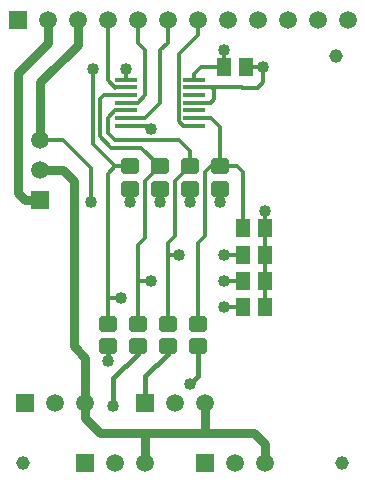
<source format=gbr>
G04 DipTrace 4.0.0.2*
G04 1 - Top.gbr*
%MOIN*%
G04 #@! TF.FileFunction,Copper,L1,Top*
G04 #@! TF.Part,Single*
%AMOUTLINE0*
4,1,28,
-0.019803,0.025591,
0.019803,0.025591,
0.02232,0.025259,
0.024665,0.024288,
0.026679,0.022742,
0.028225,0.020728,
0.029196,0.018383,
0.029528,0.015866,
0.029528,-0.015866,
0.029196,-0.018383,
0.028225,-0.020728,
0.026679,-0.022742,
0.024665,-0.024288,
0.02232,-0.025259,
0.019803,-0.025591,
-0.019803,-0.025591,
-0.02232,-0.025259,
-0.024665,-0.024288,
-0.026679,-0.022742,
-0.028225,-0.020728,
-0.029196,-0.018383,
-0.029528,-0.015866,
-0.029528,0.015866,
-0.029196,0.018383,
-0.028225,0.020728,
-0.026679,0.022742,
-0.024665,0.024288,
-0.02232,0.025259,
-0.019803,0.025591,
0*%
%AMOUTLINE3*
4,1,28,
0.019803,-0.025591,
-0.019803,-0.025591,
-0.02232,-0.025259,
-0.024665,-0.024288,
-0.026679,-0.022742,
-0.028225,-0.020728,
-0.029196,-0.018383,
-0.029528,-0.015866,
-0.029528,0.015866,
-0.029196,0.018383,
-0.028225,0.020728,
-0.026679,0.022742,
-0.024665,0.024288,
-0.02232,0.025259,
-0.019803,0.025591,
0.019803,0.025591,
0.02232,0.025259,
0.024665,0.024288,
0.026679,0.022742,
0.028225,0.020728,
0.029196,0.018383,
0.029528,0.015866,
0.029528,-0.015866,
0.029196,-0.018383,
0.028225,-0.020728,
0.026679,-0.022742,
0.024665,-0.024288,
0.02232,-0.025259,
0.019803,-0.025591,
0*%
%AMOUTLINE6*
4,1,28,
-0.035433,-0.003937,
-0.035433,0.003937,
-0.035299,0.004956,
-0.034906,0.005906,
-0.03428,0.006721,
-0.033465,0.007347,
-0.032515,0.00774,
-0.031496,0.007874,
0.031496,0.007874,
0.032515,0.00774,
0.033465,0.007347,
0.03428,0.006721,
0.034906,0.005906,
0.035299,0.004956,
0.035433,0.003937,
0.035433,-0.003937,
0.035299,-0.004956,
0.034906,-0.005906,
0.03428,-0.006721,
0.033465,-0.007347,
0.032515,-0.00774,
0.031496,-0.007874,
-0.031496,-0.007874,
-0.032515,-0.00774,
-0.033465,-0.007347,
-0.03428,-0.006721,
-0.034906,-0.005906,
-0.035299,-0.004956,
-0.035433,-0.003937,
0*%
G04 #@! TA.AperFunction,Conductor*
%ADD14C,0.012*%
%ADD15C,0.03*%
%ADD16C,0.015*%
%ADD20C,0.045354*%
G04 #@! TA.AperFunction,ComponentPad*
%ADD21R,0.059055X0.059055*%
%ADD22C,0.059055*%
%ADD23R,0.051181X0.059055*%
G04 #@! TA.AperFunction,ViaPad*
%ADD24C,0.04*%
%ADD41OUTLINE0*%
%ADD44OUTLINE3*%
%ADD47OUTLINE6*%
%FSLAX26Y26*%
G04*
G70*
G90*
G75*
G01*
G04 Top*
%LPD*%
X1063110Y1770591D2*
D14*
Y1789241D1*
X1086437Y1812568D1*
X1161535D1*
X848937Y1406417D2*
Y1362570D1*
X948937Y1406417D2*
Y1362570D1*
X1048937Y1406417D2*
Y1362570D1*
X1148937Y1406417D2*
Y1362570D1*
X717688D2*
Y1475068D1*
X623937Y1568819D1*
X548937D1*
D15*
Y1762568D1*
X673932Y1887563D1*
Y1968819D1*
X1161535Y1812568D2*
D14*
Y1868720D1*
X1236339Y1812568D2*
X1292688D1*
Y1812570D1*
X1298839Y1012568D2*
Y1100070D1*
Y1187570D1*
Y1275068D1*
Y1331220D1*
X1298937Y1331319D1*
X834772Y1617047D2*
X906959D1*
X917687Y1606319D1*
X1063110Y1693819D2*
X1117687D1*
X1130187Y1706319D1*
Y1737569D1*
X1122756Y1745000D1*
X1063110D1*
X1122756D2*
X1220549D1*
X1221730Y1743819D1*
X1273937D1*
X1292688Y1762570D1*
Y1812570D1*
X834764Y1719409D2*
X762028D1*
X748937Y1706319D1*
Y1581319D1*
X786437Y1543819D1*
X886437D1*
X948937Y1481319D1*
Y1481220D1*
X873937Y956220D2*
Y1100070D1*
Y1218819D1*
X898937Y1243819D1*
Y1431220D1*
X948937Y1481220D1*
X1224035Y1100070D2*
X1161437D1*
X917688D2*
X873937D1*
X548937Y1368819D2*
D15*
X498937D1*
X473937Y1393819D1*
Y1793819D1*
X573932Y1893814D1*
Y1968819D1*
X698937Y693819D2*
Y643819D1*
X748937Y593819D1*
X898937D1*
X1098937D1*
X1261437D1*
X1298937Y556319D1*
Y493819D1*
X1098937Y693819D2*
Y593819D1*
X898937Y493819D2*
Y593819D1*
X698937Y693819D2*
Y843819D1*
X661437Y881319D1*
Y1431319D1*
X623937Y1468819D1*
X548937D1*
X1148937Y1481220D2*
D14*
Y1612568D1*
X1118867Y1642638D1*
X1063110D1*
X1073937Y956220D2*
Y1225068D1*
X1098937Y1250068D1*
Y1462568D1*
X1117589Y1481220D1*
X1148937D1*
X1224035Y1275068D2*
Y1462470D1*
X1205285Y1481220D1*
X1148937D1*
X1073937Y881417D2*
D16*
Y781319D1*
X1048937Y756319D1*
X898937Y693819D2*
Y781319D1*
X973937Y856319D1*
Y881417D1*
X848937Y1481220D2*
D14*
X799035D1*
X723937Y1556319D1*
Y1806319D1*
X836437D2*
Y1772264D1*
X834764Y1770591D1*
X773937Y956220D2*
Y1043819D1*
Y1456122D1*
X799035Y1481220D1*
X1224035Y1012568D2*
X1161437D1*
X817688Y1043819D2*
X773937D1*
X792687Y681319D2*
D16*
Y775069D1*
X873937Y856319D1*
Y881417D1*
X773937D2*
Y831319D1*
X834764Y1668228D2*
D14*
X798346D1*
X773937Y1643819D1*
Y1593819D1*
X798937Y1568819D1*
X1011437D1*
X1048937Y1531319D1*
Y1481220D1*
X973937Y956220D2*
Y1187570D1*
Y1225068D1*
X998937Y1250068D1*
Y1431220D1*
X1048937Y1481220D1*
X1224035Y1187570D2*
X1161437D1*
X1011437D2*
X973937D1*
X1073932Y1968819D2*
Y1918814D1*
X1011437Y1856319D1*
Y1631319D1*
X1025709Y1617047D1*
X1063110D1*
X773932Y1968819D2*
Y1768824D1*
X798937Y1743819D1*
X800118Y1745000D1*
X834764D1*
X873932Y1968819D2*
Y1893824D1*
X898937Y1868819D1*
Y1718819D1*
X873937Y1693819D1*
X834764D1*
X973932Y1968819D2*
Y1893814D1*
X948937Y1868819D1*
Y1693819D1*
X897756Y1642638D1*
X834764D1*
D24*
X717688Y1362570D3*
X1161535Y1868720D3*
X1161437Y1100070D3*
X917688D3*
X1048937Y756319D3*
X723937Y1806319D3*
X836437D3*
X1161437Y1012568D3*
X817688Y1043819D3*
X792687Y681319D3*
X773937Y831319D3*
X1161437Y1187570D3*
X1011437D3*
X1292688Y1812570D3*
X848937Y1362570D3*
X948937D3*
X1048937D3*
X1148937D3*
X1298937Y1331319D3*
X917687Y1606319D3*
D20*
X1555433Y492441D3*
D21*
X548937Y1368819D3*
D22*
Y1468819D3*
Y1568819D3*
D20*
X492441Y492441D3*
X1535748Y1850709D3*
D21*
X498937Y693819D3*
D22*
X598937D3*
X698937D3*
D21*
X473932Y1968819D3*
D22*
X573932D3*
X673932D3*
X773932D3*
X873932D3*
X973932D3*
X1073932D3*
X1173932D3*
X1273923D3*
X1373923D3*
X1473923D3*
X1573923D3*
D21*
X698937Y493819D3*
D22*
X798937D3*
X898937D3*
D21*
Y693819D3*
D22*
X998937D3*
X1098937D3*
D23*
X1224035Y1012568D3*
X1298839D3*
X1224035Y1100070D3*
X1298839D3*
X1224035Y1187570D3*
X1298839D3*
X1224035Y1275068D3*
X1298839D3*
D41*
X848937Y1481220D3*
Y1406417D3*
X948937Y1481220D3*
Y1406417D3*
X1048937Y1481220D3*
Y1406417D3*
X1148937Y1481220D3*
Y1406417D3*
D44*
X773937Y881417D3*
Y956220D3*
X873937Y881417D3*
Y956220D3*
X973937Y881417D3*
Y956220D3*
X1073937Y881417D3*
Y956220D3*
D21*
X1098937Y493819D3*
D22*
X1198937D3*
X1298937D3*
D47*
X834764Y1770591D3*
Y1745000D3*
Y1719409D3*
Y1693819D3*
Y1668228D3*
Y1642638D3*
X834772Y1617047D3*
X1063110D3*
Y1642638D3*
Y1668228D3*
Y1693819D3*
Y1719409D3*
Y1745000D3*
Y1770591D3*
D23*
X1161535Y1812568D3*
X1236339D3*
M02*

</source>
